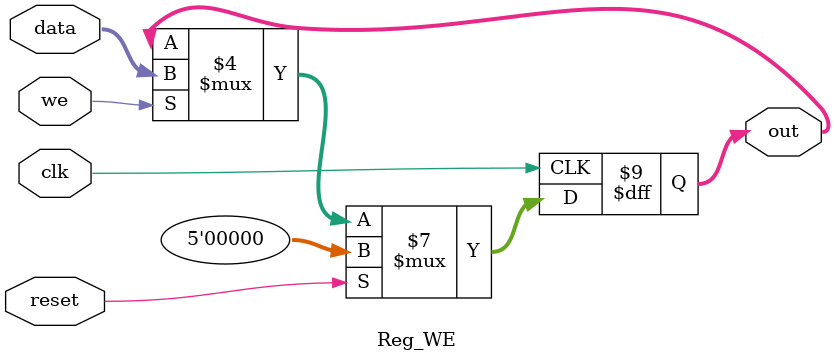
<source format=v>
module Reg_WE
	#(parameter W=5) (clk, reset, we, data, out);
	
	input wire clk,reset,we;
	input wire [W-1:0] data;
	output reg [W-1:0] out;
	
	always @(posedge clk) begin
		if(reset==1'b1) out <= 0;
		else begin
			if(we == 1'b1) out <= data;
		end		
	end
	
endmodule

</source>
